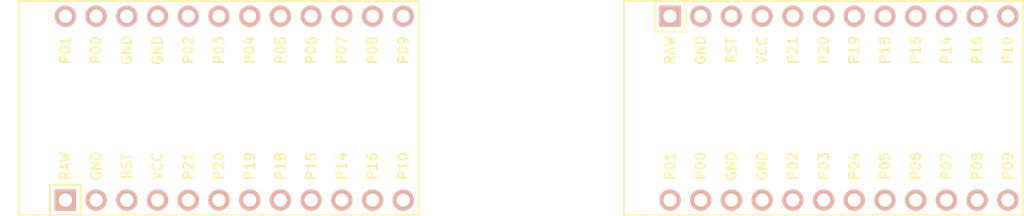
<source format=kicad_pcb>

            
(kicad_pcb (version 20171130) (host pcbnew 5.1.6)

  (page A3)
  (title_block
    (title pcb)
    (rev v1.0.0)
    (company Unknown)
  )

  (general
    (thickness 1.6)
  )

  (layers
    (0 F.Cu signal)
    (31 B.Cu signal)
    (32 B.Adhes user)
    (33 F.Adhes user)
    (34 B.Paste user)
    (35 F.Paste user)
    (36 B.SilkS user)
    (37 F.SilkS user)
    (38 B.Mask user)
    (39 F.Mask user)
    (40 Dwgs.User user)
    (41 Cmts.User user)
    (42 Eco1.User user)
    (43 Eco2.User user)
    (44 Edge.Cuts user)
    (45 Margin user)
    (46 B.CrtYd user)
    (47 F.CrtYd user)
    (48 B.Fab user)
    (49 F.Fab user)
  )

  (setup
    (last_trace_width 0.25)
    (trace_clearance 0.2)
    (zone_clearance 0.508)
    (zone_45_only no)
    (trace_min 0.2)
    (via_size 0.8)
    (via_drill 0.4)
    (via_min_size 0.4)
    (via_min_drill 0.3)
    (uvia_size 0.3)
    (uvia_drill 0.1)
    (uvias_allowed no)
    (uvia_min_size 0.2)
    (uvia_min_drill 0.1)
    (edge_width 0.05)
    (segment_width 0.2)
    (pcb_text_width 0.3)
    (pcb_text_size 1.5 1.5)
    (mod_edge_width 0.12)
    (mod_text_size 1 1)
    (mod_text_width 0.15)
    (pad_size 1.524 1.524)
    (pad_drill 0.762)
    (pad_to_mask_clearance 0.05)
    (aux_axis_origin 0 0)
    (visible_elements FFFFFF7F)
    (pcbplotparams
      (layerselection 0x010fc_ffffffff)
      (usegerberextensions false)
      (usegerberattributes true)
      (usegerberadvancedattributes true)
      (creategerberjobfile true)
      (excludeedgelayer true)
      (linewidth 0.100000)
      (plotframeref false)
      (viasonmask false)
      (mode 1)
      (useauxorigin false)
      (hpglpennumber 1)
      (hpglpenspeed 20)
      (hpglpendiameter 15.000000)
      (psnegative false)
      (psa4output false)
      (plotreference true)
      (plotvalue true)
      (plotinvisibletext false)
      (padsonsilk false)
      (subtractmaskfromsilk false)
      (outputformat 1)
      (mirror false)
      (drillshape 1)
      (scaleselection 1)
      (outputdirectory ""))
  )

            (net 0 "")
(net 1 "RAW")
(net 2 "GND")
(net 3 "RST")
(net 4 "VCC")
(net 5 "P21")
(net 6 "P20")
(net 7 "P19")
(net 8 "P18")
(net 9 "P15")
(net 10 "P14")
(net 11 "P16")
(net 12 "P10")
(net 13 "P1")
(net 14 "P0")
(net 15 "P2")
(net 16 "P3")
(net 17 "P4")
(net 18 "P5")
(net 19 "P6")
(net 20 "P7")
(net 21 "P8")
(net 22 "P9")
            
  (net_class Default "This is the default net class."
    (clearance 0.2)
    (trace_width 0.25)
    (via_dia 0.8)
    (via_drill 0.4)
    (uvia_dia 0.3)
    (uvia_drill 0.1)
    (add_net "")
(add_net "RAW")
(add_net "GND")
(add_net "RST")
(add_net "VCC")
(add_net "P21")
(add_net "P20")
(add_net "P19")
(add_net "P18")
(add_net "P15")
(add_net "P14")
(add_net "P16")
(add_net "P10")
(add_net "P1")
(add_net "P0")
(add_net "P2")
(add_net "P3")
(add_net "P4")
(add_net "P5")
(add_net "P6")
(add_net "P7")
(add_net "P8")
(add_net "P9")
  )

            
        
      (module ProMicro (layer F.Cu) (tedit 5B307E4C)
      (at 0 0 0)

      
      (fp_text reference "MCU1" (at 0 0) (layer F.SilkS) hide (effects (font (size 1.27 1.27) (thickness 0.15))))
      (fp_text value "" (at 0 0) (layer F.SilkS) hide (effects (font (size 1.27 1.27) (thickness 0.15))))
    
      
      (fp_line (start -19.304 -3.81) (end -14.224 -3.81) (layer Dwgs.User) (width 0.15))
      (fp_line (start -19.304 3.81) (end -19.304 -3.81) (layer Dwgs.User) (width 0.15))
      (fp_line (start -14.224 3.81) (end -19.304 3.81) (layer Dwgs.User) (width 0.15))
      (fp_line (start -14.224 -3.81) (end -14.224 3.81) (layer Dwgs.User) (width 0.15))
    
      
      (fp_line (start -17.78 8.89) (end 15.24 8.89) (layer F.SilkS) (width 0.15))
      (fp_line (start 15.24 8.89) (end 15.24 -8.89) (layer F.SilkS) (width 0.15))
      (fp_line (start 15.24 -8.89) (end -17.78 -8.89) (layer F.SilkS) (width 0.15))
      (fp_line (start -17.78 -8.89) (end -17.78 8.89) (layer F.SilkS) (width 0.15))
      
        
        
        (fp_line (start -15.24 6.35) (end -12.7 6.35) (layer F.SilkS) (width 0.15))
        (fp_line (start -15.24 6.35) (end -15.24 8.89) (layer F.SilkS) (width 0.15))
        (fp_line (start -12.7 6.35) (end -12.7 8.89) (layer F.SilkS) (width 0.15))
      
        
        (fp_text user RAW (at -13.97 4.8 90) (layer F.SilkS) (effects (font (size 0.8 0.8) (thickness 0.15))))
        (fp_text user GND (at -11.43 4.8 90) (layer F.SilkS) (effects (font (size 0.8 0.8) (thickness 0.15))))
        (fp_text user RST (at -8.89 4.8 90) (layer F.SilkS) (effects (font (size 0.8 0.8) (thickness 0.15))))
        (fp_text user VCC (at -6.35 4.8 90) (layer F.SilkS) (effects (font (size 0.8 0.8) (thickness 0.15))))
        (fp_text user P21 (at -3.81 4.8 90) (layer F.SilkS) (effects (font (size 0.8 0.8) (thickness 0.15))))
        (fp_text user P20 (at -1.27 4.8 90) (layer F.SilkS) (effects (font (size 0.8 0.8) (thickness 0.15))))
        (fp_text user P19 (at 1.27 4.8 90) (layer F.SilkS) (effects (font (size 0.8 0.8) (thickness 0.15))))
        (fp_text user P18 (at 3.81 4.8 90) (layer F.SilkS) (effects (font (size 0.8 0.8) (thickness 0.15))))
        (fp_text user P15 (at 6.35 4.8 90) (layer F.SilkS) (effects (font (size 0.8 0.8) (thickness 0.15))))
        (fp_text user P14 (at 8.89 4.8 90) (layer F.SilkS) (effects (font (size 0.8 0.8) (thickness 0.15))))
        (fp_text user P16 (at 11.43 4.8 90) (layer F.SilkS) (effects (font (size 0.8 0.8) (thickness 0.15))))
        (fp_text user P10 (at 13.97 4.8 90) (layer F.SilkS) (effects (font (size 0.8 0.8) (thickness 0.15))))
      
        (fp_text user P01 (at -13.97 -4.8 90) (layer F.SilkS) (effects (font (size 0.8 0.8) (thickness 0.15))))
        (fp_text user P00 (at -11.43 -4.8 90) (layer F.SilkS) (effects (font (size 0.8 0.8) (thickness 0.15))))
        (fp_text user GND (at -8.89 -4.8 90) (layer F.SilkS) (effects (font (size 0.8 0.8) (thickness 0.15))))
        (fp_text user GND (at -6.35 -4.8 90) (layer F.SilkS) (effects (font (size 0.8 0.8) (thickness 0.15))))
        (fp_text user P02 (at -3.81 -4.8 90) (layer F.SilkS) (effects (font (size 0.8 0.8) (thickness 0.15))))
        (fp_text user P03 (at -1.27 -4.8 90) (layer F.SilkS) (effects (font (size 0.8 0.8) (thickness 0.15))))
        (fp_text user P04 (at 1.27 -4.8 90) (layer F.SilkS) (effects (font (size 0.8 0.8) (thickness 0.15))))
        (fp_text user P05 (at 3.81 -4.8 90) (layer F.SilkS) (effects (font (size 0.8 0.8) (thickness 0.15))))
        (fp_text user P06 (at 6.35 -4.8 90) (layer F.SilkS) (effects (font (size 0.8 0.8) (thickness 0.15))))
        (fp_text user P07 (at 8.89 -4.8 90) (layer F.SilkS) (effects (font (size 0.8 0.8) (thickness 0.15))))
        (fp_text user P08 (at 11.43 -4.8 90) (layer F.SilkS) (effects (font (size 0.8 0.8) (thickness 0.15))))
        (fp_text user P09 (at 13.97 -4.8 90) (layer F.SilkS) (effects (font (size 0.8 0.8) (thickness 0.15))))
      
        
        (pad 1 thru_hole rect (at -13.97 7.62 0) (size 1.7526 1.7526) (drill 1.0922) (layers *.Cu *.SilkS *.Mask) (net 1 "RAW"))
        (pad 2 thru_hole circle (at -11.43 7.62 0) (size 1.7526 1.7526) (drill 1.0922) (layers *.Cu *.SilkS *.Mask) (net 2 "GND"))
        (pad 3 thru_hole circle (at -8.89 7.62 0) (size 1.7526 1.7526) (drill 1.0922) (layers *.Cu *.SilkS *.Mask) (net 3 "RST"))
        (pad 4 thru_hole circle (at -6.35 7.62 0) (size 1.7526 1.7526) (drill 1.0922) (layers *.Cu *.SilkS *.Mask) (net 4 "VCC"))
        (pad 5 thru_hole circle (at -3.81 7.62 0) (size 1.7526 1.7526) (drill 1.0922) (layers *.Cu *.SilkS *.Mask) (net 5 "P21"))
        (pad 6 thru_hole circle (at -1.27 7.62 0) (size 1.7526 1.7526) (drill 1.0922) (layers *.Cu *.SilkS *.Mask) (net 6 "P20"))
        (pad 7 thru_hole circle (at 1.27 7.62 0) (size 1.7526 1.7526) (drill 1.0922) (layers *.Cu *.SilkS *.Mask) (net 7 "P19"))
        (pad 8 thru_hole circle (at 3.81 7.62 0) (size 1.7526 1.7526) (drill 1.0922) (layers *.Cu *.SilkS *.Mask) (net 8 "P18"))
        (pad 9 thru_hole circle (at 6.35 7.62 0) (size 1.7526 1.7526) (drill 1.0922) (layers *.Cu *.SilkS *.Mask) (net 9 "P15"))
        (pad 10 thru_hole circle (at 8.89 7.62 0) (size 1.7526 1.7526) (drill 1.0922) (layers *.Cu *.SilkS *.Mask) (net 10 "P14"))
        (pad 11 thru_hole circle (at 11.43 7.62 0) (size 1.7526 1.7526) (drill 1.0922) (layers *.Cu *.SilkS *.Mask) (net 11 "P16"))
        (pad 12 thru_hole circle (at 13.97 7.62 0) (size 1.7526 1.7526) (drill 1.0922) (layers *.Cu *.SilkS *.Mask) (net 12 "P10"))
        
        (pad 13 thru_hole circle (at -13.97 -7.62 0) (size 1.7526 1.7526) (drill 1.0922) (layers *.Cu *.SilkS *.Mask) (net 13 "P1"))
        (pad 14 thru_hole circle (at -11.43 -7.62 0) (size 1.7526 1.7526) (drill 1.0922) (layers *.Cu *.SilkS *.Mask) (net 14 "P0"))
        (pad 15 thru_hole circle (at -8.89 -7.62 0) (size 1.7526 1.7526) (drill 1.0922) (layers *.Cu *.SilkS *.Mask) (net 2 "GND"))
        (pad 16 thru_hole circle (at -6.35 -7.62 0) (size 1.7526 1.7526) (drill 1.0922) (layers *.Cu *.SilkS *.Mask) (net 2 "GND"))
        (pad 17 thru_hole circle (at -3.81 -7.62 0) (size 1.7526 1.7526) (drill 1.0922) (layers *.Cu *.SilkS *.Mask) (net 15 "P2"))
        (pad 18 thru_hole circle (at -1.27 -7.62 0) (size 1.7526 1.7526) (drill 1.0922) (layers *.Cu *.SilkS *.Mask) (net 16 "P3"))
        (pad 19 thru_hole circle (at 1.27 -7.62 0) (size 1.7526 1.7526) (drill 1.0922) (layers *.Cu *.SilkS *.Mask) (net 17 "P4"))
        (pad 20 thru_hole circle (at 3.81 -7.62 0) (size 1.7526 1.7526) (drill 1.0922) (layers *.Cu *.SilkS *.Mask) (net 18 "P5"))
        (pad 21 thru_hole circle (at 6.35 -7.62 0) (size 1.7526 1.7526) (drill 1.0922) (layers *.Cu *.SilkS *.Mask) (net 19 "P6"))
        (pad 22 thru_hole circle (at 8.89 -7.62 0) (size 1.7526 1.7526) (drill 1.0922) (layers *.Cu *.SilkS *.Mask) (net 20 "P7"))
        (pad 23 thru_hole circle (at 11.43 -7.62 0) (size 1.7526 1.7526) (drill 1.0922) (layers *.Cu *.SilkS *.Mask) (net 21 "P8"))
        (pad 24 thru_hole circle (at 13.97 -7.62 0) (size 1.7526 1.7526) (drill 1.0922) (layers *.Cu *.SilkS *.Mask) (net 22 "P9"))
      )
        

        
      (module ProMicro (layer F.Cu) (tedit 5B307E4C)
      (at 50 0 0)

      
      (fp_text reference "MCU2" (at 0 0) (layer F.SilkS) hide (effects (font (size 1.27 1.27) (thickness 0.15))))
      (fp_text value "" (at 0 0) (layer F.SilkS) hide (effects (font (size 1.27 1.27) (thickness 0.15))))
    
      
      (fp_line (start -19.304 -3.81) (end -14.224 -3.81) (layer Dwgs.User) (width 0.15))
      (fp_line (start -19.304 3.81) (end -19.304 -3.81) (layer Dwgs.User) (width 0.15))
      (fp_line (start -14.224 3.81) (end -19.304 3.81) (layer Dwgs.User) (width 0.15))
      (fp_line (start -14.224 -3.81) (end -14.224 3.81) (layer Dwgs.User) (width 0.15))
    
      
      (fp_line (start -17.78 8.89) (end 15.24 8.89) (layer F.SilkS) (width 0.15))
      (fp_line (start 15.24 8.89) (end 15.24 -8.89) (layer F.SilkS) (width 0.15))
      (fp_line (start 15.24 -8.89) (end -17.78 -8.89) (layer F.SilkS) (width 0.15))
      (fp_line (start -17.78 -8.89) (end -17.78 8.89) (layer F.SilkS) (width 0.15))
      
        
        
        (fp_line (start -15.24 -6.35) (end -12.7 -6.35) (layer F.SilkS) (width 0.15))
        (fp_line (start -15.24 -6.35) (end -15.24 -8.89) (layer F.SilkS) (width 0.15))
        (fp_line (start -12.7 -6.35) (end -12.7 -8.89) (layer F.SilkS) (width 0.15))
      
        
        (fp_text user RAW (at -13.97 -4.8 90) (layer F.SilkS) (effects (font (size 0.8 0.8) (thickness 0.15))))
        (fp_text user GND (at -11.43 -4.8 90) (layer F.SilkS) (effects (font (size 0.8 0.8) (thickness 0.15))))
        (fp_text user RST (at -8.89 -4.8 90) (layer F.SilkS) (effects (font (size 0.8 0.8) (thickness 0.15))))
        (fp_text user VCC (at -6.35 -4.8 90) (layer F.SilkS) (effects (font (size 0.8 0.8) (thickness 0.15))))
        (fp_text user P21 (at -3.81 -4.8 90) (layer F.SilkS) (effects (font (size 0.8 0.8) (thickness 0.15))))
        (fp_text user P20 (at -1.27 -4.8 90) (layer F.SilkS) (effects (font (size 0.8 0.8) (thickness 0.15))))
        (fp_text user P19 (at 1.27 -4.8 90) (layer F.SilkS) (effects (font (size 0.8 0.8) (thickness 0.15))))
        (fp_text user P18 (at 3.81 -4.8 90) (layer F.SilkS) (effects (font (size 0.8 0.8) (thickness 0.15))))
        (fp_text user P15 (at 6.35 -4.8 90) (layer F.SilkS) (effects (font (size 0.8 0.8) (thickness 0.15))))
        (fp_text user P14 (at 8.89 -4.8 90) (layer F.SilkS) (effects (font (size 0.8 0.8) (thickness 0.15))))
        (fp_text user P16 (at 11.43 -4.8 90) (layer F.SilkS) (effects (font (size 0.8 0.8) (thickness 0.15))))
        (fp_text user P10 (at 13.97 -4.8 90) (layer F.SilkS) (effects (font (size 0.8 0.8) (thickness 0.15))))
      
        (fp_text user P01 (at -13.97 4.8 90) (layer F.SilkS) (effects (font (size 0.8 0.8) (thickness 0.15))))
        (fp_text user P00 (at -11.43 4.8 90) (layer F.SilkS) (effects (font (size 0.8 0.8) (thickness 0.15))))
        (fp_text user GND (at -8.89 4.8 90) (layer F.SilkS) (effects (font (size 0.8 0.8) (thickness 0.15))))
        (fp_text user GND (at -6.35 4.8 90) (layer F.SilkS) (effects (font (size 0.8 0.8) (thickness 0.15))))
        (fp_text user P02 (at -3.81 4.8 90) (layer F.SilkS) (effects (font (size 0.8 0.8) (thickness 0.15))))
        (fp_text user P03 (at -1.27 4.8 90) (layer F.SilkS) (effects (font (size 0.8 0.8) (thickness 0.15))))
        (fp_text user P04 (at 1.27 4.8 90) (layer F.SilkS) (effects (font (size 0.8 0.8) (thickness 0.15))))
        (fp_text user P05 (at 3.81 4.8 90) (layer F.SilkS) (effects (font (size 0.8 0.8) (thickness 0.15))))
        (fp_text user P06 (at 6.35 4.8 90) (layer F.SilkS) (effects (font (size 0.8 0.8) (thickness 0.15))))
        (fp_text user P07 (at 8.89 4.8 90) (layer F.SilkS) (effects (font (size 0.8 0.8) (thickness 0.15))))
        (fp_text user P08 (at 11.43 4.8 90) (layer F.SilkS) (effects (font (size 0.8 0.8) (thickness 0.15))))
        (fp_text user P09 (at 13.97 4.8 90) (layer F.SilkS) (effects (font (size 0.8 0.8) (thickness 0.15))))
      
        
        (pad 1 thru_hole rect (at -13.97 -7.62 0) (size 1.7526 1.7526) (drill 1.0922) (layers *.Cu *.SilkS *.Mask) (net 1 "RAW"))
        (pad 2 thru_hole circle (at -11.43 -7.62 0) (size 1.7526 1.7526) (drill 1.0922) (layers *.Cu *.SilkS *.Mask) (net 2 "GND"))
        (pad 3 thru_hole circle (at -8.89 -7.62 0) (size 1.7526 1.7526) (drill 1.0922) (layers *.Cu *.SilkS *.Mask) (net 3 "RST"))
        (pad 4 thru_hole circle (at -6.35 -7.62 0) (size 1.7526 1.7526) (drill 1.0922) (layers *.Cu *.SilkS *.Mask) (net 4 "VCC"))
        (pad 5 thru_hole circle (at -3.81 -7.62 0) (size 1.7526 1.7526) (drill 1.0922) (layers *.Cu *.SilkS *.Mask) (net 5 "P21"))
        (pad 6 thru_hole circle (at -1.27 -7.62 0) (size 1.7526 1.7526) (drill 1.0922) (layers *.Cu *.SilkS *.Mask) (net 6 "P20"))
        (pad 7 thru_hole circle (at 1.27 -7.62 0) (size 1.7526 1.7526) (drill 1.0922) (layers *.Cu *.SilkS *.Mask) (net 7 "P19"))
        (pad 8 thru_hole circle (at 3.81 -7.62 0) (size 1.7526 1.7526) (drill 1.0922) (layers *.Cu *.SilkS *.Mask) (net 8 "P18"))
        (pad 9 thru_hole circle (at 6.35 -7.62 0) (size 1.7526 1.7526) (drill 1.0922) (layers *.Cu *.SilkS *.Mask) (net 9 "P15"))
        (pad 10 thru_hole circle (at 8.89 -7.62 0) (size 1.7526 1.7526) (drill 1.0922) (layers *.Cu *.SilkS *.Mask) (net 10 "P14"))
        (pad 11 thru_hole circle (at 11.43 -7.62 0) (size 1.7526 1.7526) (drill 1.0922) (layers *.Cu *.SilkS *.Mask) (net 11 "P16"))
        (pad 12 thru_hole circle (at 13.97 -7.62 0) (size 1.7526 1.7526) (drill 1.0922) (layers *.Cu *.SilkS *.Mask) (net 12 "P10"))
        
        (pad 13 thru_hole circle (at -13.97 7.62 0) (size 1.7526 1.7526) (drill 1.0922) (layers *.Cu *.SilkS *.Mask) (net 13 "P1"))
        (pad 14 thru_hole circle (at -11.43 7.62 0) (size 1.7526 1.7526) (drill 1.0922) (layers *.Cu *.SilkS *.Mask) (net 14 "P0"))
        (pad 15 thru_hole circle (at -8.89 7.62 0) (size 1.7526 1.7526) (drill 1.0922) (layers *.Cu *.SilkS *.Mask) (net 2 "GND"))
        (pad 16 thru_hole circle (at -6.35 7.62 0) (size 1.7526 1.7526) (drill 1.0922) (layers *.Cu *.SilkS *.Mask) (net 2 "GND"))
        (pad 17 thru_hole circle (at -3.81 7.62 0) (size 1.7526 1.7526) (drill 1.0922) (layers *.Cu *.SilkS *.Mask) (net 15 "P2"))
        (pad 18 thru_hole circle (at -1.27 7.62 0) (size 1.7526 1.7526) (drill 1.0922) (layers *.Cu *.SilkS *.Mask) (net 16 "P3"))
        (pad 19 thru_hole circle (at 1.27 7.62 0) (size 1.7526 1.7526) (drill 1.0922) (layers *.Cu *.SilkS *.Mask) (net 17 "P4"))
        (pad 20 thru_hole circle (at 3.81 7.62 0) (size 1.7526 1.7526) (drill 1.0922) (layers *.Cu *.SilkS *.Mask) (net 18 "P5"))
        (pad 21 thru_hole circle (at 6.35 7.62 0) (size 1.7526 1.7526) (drill 1.0922) (layers *.Cu *.SilkS *.Mask) (net 19 "P6"))
        (pad 22 thru_hole circle (at 8.89 7.62 0) (size 1.7526 1.7526) (drill 1.0922) (layers *.Cu *.SilkS *.Mask) (net 20 "P7"))
        (pad 23 thru_hole circle (at 11.43 7.62 0) (size 1.7526 1.7526) (drill 1.0922) (layers *.Cu *.SilkS *.Mask) (net 21 "P8"))
        (pad 24 thru_hole circle (at 13.97 7.62 0) (size 1.7526 1.7526) (drill 1.0922) (layers *.Cu *.SilkS *.Mask) (net 22 "P9"))
      )
        
            
            
)

        
</source>
